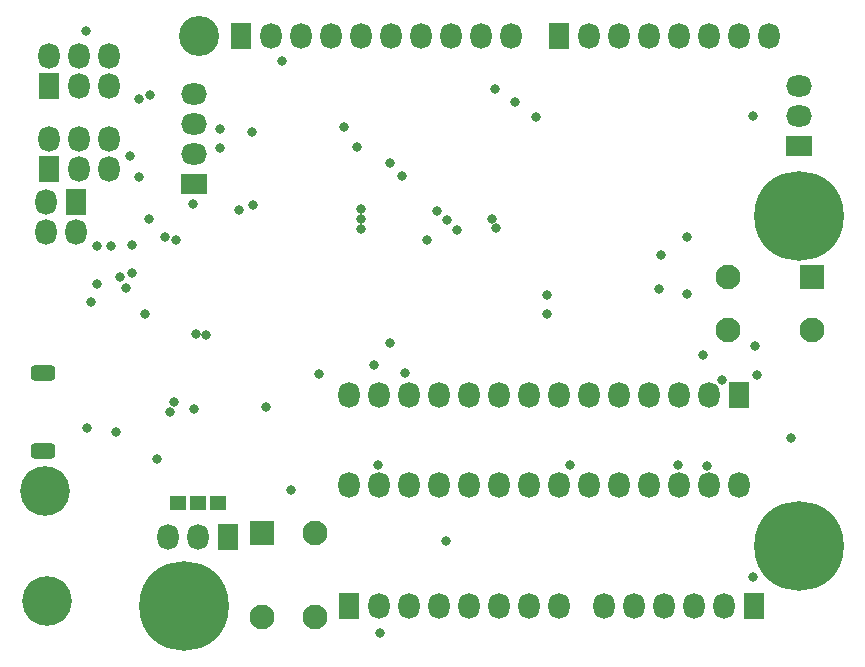
<source format=gbs>
G04*
G04 #@! TF.GenerationSoftware,Altium Limited,Altium Designer,20.2.6 (244)*
G04*
G04 Layer_Color=16711935*
%FSLAX44Y44*%
%MOMM*%
G71*
G04*
G04 #@! TF.SameCoordinates,CE6D2A43-BF16-4D6C-96BE-271B1CC6D4BA*
G04*
G04*
G04 #@! TF.FilePolarity,Negative*
G04*
G01*
G75*
%ADD41R,1.4000X1.3000*%
%ADD59O,2.2000X1.8000*%
%ADD60R,2.2000X1.8000*%
%ADD61O,1.8000X2.2000*%
%ADD62R,1.8000X2.2000*%
G04:AMPARAMS|DCode=63|XSize=2.1mm|YSize=1.3mm|CornerRadius=0.35mm|HoleSize=0mm|Usage=FLASHONLY|Rotation=0.000|XOffset=0mm|YOffset=0mm|HoleType=Round|Shape=RoundedRectangle|*
%AMROUNDEDRECTD63*
21,1,2.1000,0.6000,0,0,0.0*
21,1,1.4000,1.3000,0,0,0.0*
1,1,0.7000,0.7000,-0.3000*
1,1,0.7000,-0.7000,-0.3000*
1,1,0.7000,-0.7000,0.3000*
1,1,0.7000,0.7000,0.3000*
%
%ADD63ROUNDEDRECTD63*%
%ADD64C,4.2000*%
%ADD65C,2.1000*%
%ADD66R,2.1000X2.1000*%
%ADD67R,2.1000X2.1000*%
%ADD68C,3.4000*%
%ADD69C,7.6000*%
%ADD70C,0.8000*%
D41*
X169000Y126000D02*
D03*
X152000D02*
D03*
D03*
X135000D02*
D03*
D59*
X148710Y422060D02*
D03*
Y447460D02*
D03*
Y472860D02*
D03*
X660710Y479360D02*
D03*
Y453960D02*
D03*
D60*
X148710Y396660D02*
D03*
X660710Y428560D02*
D03*
D61*
X417068Y521462D02*
D03*
X391668D02*
D03*
X366268D02*
D03*
X340868D02*
D03*
X315468D02*
D03*
X290068D02*
D03*
X264668D02*
D03*
X239268D02*
D03*
X213868D02*
D03*
X25400Y504698D02*
D03*
X76200D02*
D03*
X50800D02*
D03*
X76200Y479298D02*
D03*
X50800D02*
D03*
X25400Y434760D02*
D03*
X76200D02*
D03*
X50800D02*
D03*
X76200Y409360D02*
D03*
X50800D02*
D03*
X49000Y355600D02*
D03*
X23600D02*
D03*
Y381000D02*
D03*
X126710Y97360D02*
D03*
X152110D02*
D03*
X457910Y38760D02*
D03*
X432510D02*
D03*
X407110D02*
D03*
X381710D02*
D03*
X356310D02*
D03*
X330910D02*
D03*
X305510D02*
D03*
X496010D02*
D03*
X597610D02*
D03*
X572210D02*
D03*
X546810D02*
D03*
X521410D02*
D03*
X635710Y521360D02*
D03*
X610310D02*
D03*
X584910D02*
D03*
X559510D02*
D03*
X534110D02*
D03*
X508710D02*
D03*
X483310D02*
D03*
X280110Y141160D02*
D03*
X305510D02*
D03*
X330910D02*
D03*
X356310D02*
D03*
X381710D02*
D03*
X407110D02*
D03*
X432510D02*
D03*
X457910D02*
D03*
X483310D02*
D03*
X508710D02*
D03*
X534110D02*
D03*
X559510D02*
D03*
X584910D02*
D03*
X610310D02*
D03*
X280110Y217360D02*
D03*
X305510D02*
D03*
X330910D02*
D03*
X356310D02*
D03*
X381710D02*
D03*
X407110D02*
D03*
X432510D02*
D03*
X457910D02*
D03*
X483310D02*
D03*
X508710D02*
D03*
X534110D02*
D03*
X559510D02*
D03*
X584910D02*
D03*
D62*
X188468Y521462D02*
D03*
X25400Y479298D02*
D03*
Y409360D02*
D03*
X49000Y381000D02*
D03*
X177510Y97360D02*
D03*
X280110Y38760D02*
D03*
X623010D02*
D03*
X457910Y521360D02*
D03*
X610310Y217360D02*
D03*
D63*
X20960Y169860D02*
D03*
Y235860D02*
D03*
D64*
X22710Y136360D02*
D03*
X23710Y43360D02*
D03*
D65*
X250710Y29360D02*
D03*
Y100360D02*
D03*
X205710Y29360D02*
D03*
X600710Y272360D02*
D03*
X671710D02*
D03*
X600710Y317360D02*
D03*
D66*
X205710Y100360D02*
D03*
D67*
X671710Y317360D02*
D03*
D68*
X153110Y521360D02*
D03*
D69*
X661110Y368960D02*
D03*
Y89560D02*
D03*
X140410Y38760D02*
D03*
D70*
X306324Y16002D02*
D03*
X621505Y63533D02*
D03*
X148844Y205994D02*
D03*
X61710Y296651D02*
D03*
X230886Y136906D02*
D03*
X82710Y186276D02*
D03*
X197358Y440436D02*
D03*
X66548Y343916D02*
D03*
X131572Y211836D02*
D03*
X150198Y269041D02*
D03*
X128524Y203200D02*
D03*
X159004Y268224D02*
D03*
X324502Y403208D02*
D03*
X354496Y373292D02*
D03*
X420092Y465860D02*
D03*
X437666Y452604D02*
D03*
X223012Y500634D02*
D03*
X314428Y413996D02*
D03*
X362815Y365609D02*
D03*
X370943Y357481D02*
D03*
X286381Y427859D02*
D03*
X133525Y349187D02*
D03*
X123571Y351663D02*
D03*
X110490Y366522D02*
D03*
X147320Y379476D02*
D03*
X198374Y378460D02*
D03*
X186944Y374650D02*
D03*
X86106Y317778D02*
D03*
X95898Y321195D02*
D03*
X78147Y343747D02*
D03*
X94234Y420116D02*
D03*
X170434Y427116D02*
D03*
X102108Y402336D02*
D03*
X66802Y311404D02*
D03*
X361710Y94360D02*
D03*
X467106Y158750D02*
D03*
X447294Y286512D02*
D03*
X116840Y163576D02*
D03*
X447802Y302006D02*
D03*
X579120Y251826D02*
D03*
X595376Y230260D02*
D03*
X623824Y258826D02*
D03*
X624873Y234679D02*
D03*
X654110Y180848D02*
D03*
X96012Y344932D02*
D03*
X106934Y286512D02*
D03*
X90678Y307848D02*
D03*
X102108Y468630D02*
D03*
X111506Y471678D02*
D03*
X57404Y525780D02*
D03*
X170434Y442722D02*
D03*
X275590Y444904D02*
D03*
X57912Y189992D02*
D03*
X209804Y207264D02*
D03*
X254762Y235204D02*
D03*
X621823Y453929D02*
D03*
X289814Y374904D02*
D03*
X345694Y348742D02*
D03*
X289814Y357886D02*
D03*
X290068Y366522D02*
D03*
X404093Y359226D02*
D03*
X400812Y366522D02*
D03*
X543560Y336042D02*
D03*
X565844Y302954D02*
D03*
X314048Y261799D02*
D03*
X542290Y307086D02*
D03*
X558546Y158242D02*
D03*
X582676Y157226D02*
D03*
X565658Y351028D02*
D03*
X403606Y476504D02*
D03*
X327406Y236220D02*
D03*
X300736Y242824D02*
D03*
X304292Y158496D02*
D03*
M02*

</source>
